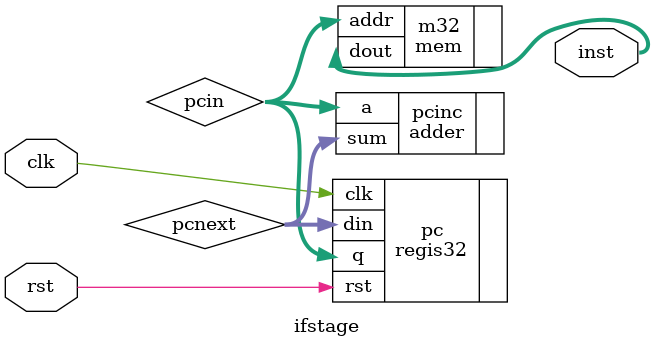
<source format=sv>
`include "register/regis32"
`include "mem/mem"
`include "adder/adder"


module ifstage(input logic clk, rst, output logic [31:0] inst);

logic [31:0] pcin;
logic [31:0] pcnext;

regis32 pc( .clk(clk), .rst(rst), .din(pcnext), .q(pcin));

adder pcinc( .a(pcin), .sum(pcnext));

mem m32( .addr(pcin), .dout(inst));

endmodule

</source>
